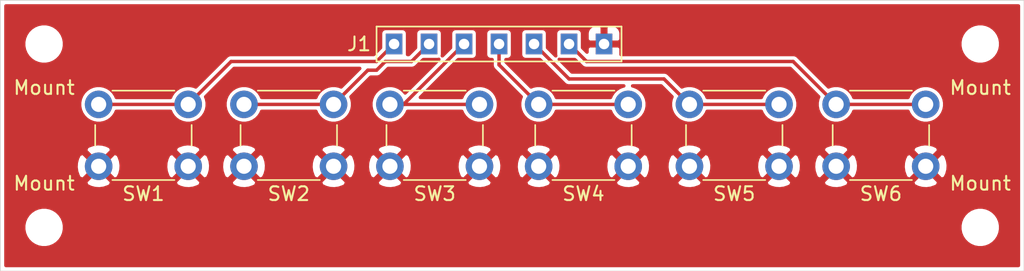
<source format=kicad_pcb>
(kicad_pcb (version 20171130) (host pcbnew "(5.1.10)-1")

  (general
    (thickness 1.6)
    (drawings 4)
    (tracks 25)
    (zones 0)
    (modules 11)
    (nets 8)
  )

  (page A4)
  (layers
    (0 F.Cu signal)
    (31 B.Cu signal)
    (32 B.Adhes user)
    (33 F.Adhes user)
    (34 B.Paste user)
    (35 F.Paste user)
    (36 B.SilkS user)
    (37 F.SilkS user)
    (38 B.Mask user)
    (39 F.Mask user)
    (40 Dwgs.User user)
    (41 Cmts.User user)
    (42 Eco1.User user)
    (43 Eco2.User user)
    (44 Edge.Cuts user)
    (45 Margin user)
    (46 B.CrtYd user)
    (47 F.CrtYd user)
    (48 B.Fab user)
    (49 F.Fab user)
  )

  (setup
    (last_trace_width 0.25)
    (trace_clearance 0.2)
    (zone_clearance 0.254)
    (zone_45_only yes)
    (trace_min 0.2)
    (via_size 0.8)
    (via_drill 0.4)
    (via_min_size 0.4)
    (via_min_drill 0.3)
    (uvia_size 0.3)
    (uvia_drill 0.1)
    (uvias_allowed no)
    (uvia_min_size 0.2)
    (uvia_min_drill 0.1)
    (edge_width 0.05)
    (segment_width 0.2)
    (pcb_text_width 0.3)
    (pcb_text_size 1.5 1.5)
    (mod_edge_width 0.12)
    (mod_text_size 1 1)
    (mod_text_width 0.15)
    (pad_size 1.524 1.524)
    (pad_drill 0.762)
    (pad_to_mask_clearance 0)
    (aux_axis_origin 0 0)
    (visible_elements 7FFFFFFF)
    (pcbplotparams
      (layerselection 0x010fc_ffffffff)
      (usegerberextensions true)
      (usegerberattributes false)
      (usegerberadvancedattributes false)
      (creategerberjobfile false)
      (excludeedgelayer true)
      (linewidth 0.100000)
      (plotframeref false)
      (viasonmask false)
      (mode 1)
      (useauxorigin false)
      (hpglpennumber 1)
      (hpglpenspeed 20)
      (hpglpendiameter 15.000000)
      (psnegative false)
      (psa4output false)
      (plotreference true)
      (plotvalue false)
      (plotinvisibletext false)
      (padsonsilk false)
      (subtractmaskfromsilk true)
      (outputformat 1)
      (mirror false)
      (drillshape 0)
      (scaleselection 1)
      (outputdirectory "C:/Users/matth/Desktop/Side Projects/LED Matrix/LED_Matrix_Button_Board/LED_Matrix_Button_Board_Gerbers/"))
  )

  (net 0 "")
  (net 1 "Net-(J1-Pad7)")
  (net 2 "Net-(J1-Pad6)")
  (net 3 "Net-(J1-Pad5)")
  (net 4 "Net-(J1-Pad4)")
  (net 5 "Net-(J1-Pad3)")
  (net 6 "Net-(J1-Pad2)")
  (net 7 "Net-(J1-Pad1)")

  (net_class Default "This is the default net class."
    (clearance 0.2)
    (trace_width 0.25)
    (via_dia 0.8)
    (via_drill 0.4)
    (uvia_dia 0.3)
    (uvia_drill 0.1)
    (add_net "Net-(J1-Pad1)")
    (add_net "Net-(J1-Pad2)")
    (add_net "Net-(J1-Pad3)")
    (add_net "Net-(J1-Pad4)")
    (add_net "Net-(J1-Pad5)")
    (add_net "Net-(J1-Pad6)")
    (add_net "Net-(J1-Pad7)")
  )

  (module MountingHole:MountingHole_2.2mm_M2 (layer F.Cu) (tedit 56D1B4CB) (tstamp 657A520E)
    (at 186.69 103.505)
    (descr "Mounting Hole 2.2mm, no annular, M2")
    (tags "mounting hole 2.2mm no annular m2")
    (attr virtual)
    (fp_text reference Mount (at 0 3.175) (layer F.SilkS)
      (effects (font (size 1 1) (thickness 0.15)))
    )
    (fp_text value MountingHole_2.2mm_M2 (at 0 3.2) (layer F.Fab) hide
      (effects (font (size 1 1) (thickness 0.15)))
    )
    (fp_circle (center 0 0) (end 2.45 0) (layer F.CrtYd) (width 0.05))
    (fp_circle (center 0 0) (end 2.2 0) (layer Cmts.User) (width 0.15))
    (fp_text user %R (at 0.3 0) (layer F.Fab) hide
      (effects (font (size 1 1) (thickness 0.15)))
    )
    (pad 1 np_thru_hole circle (at 0 0) (size 2.2 2.2) (drill 2.2) (layers *.Cu *.Mask))
  )

  (module MountingHole:MountingHole_2.2mm_M2 (layer F.Cu) (tedit 56D1B4CB) (tstamp 6573C50D)
    (at 186.69 116.84)
    (descr "Mounting Hole 2.2mm, no annular, M2")
    (tags "mounting hole 2.2mm no annular m2")
    (attr virtual)
    (fp_text reference Mount (at 0 -3.2) (layer F.SilkS)
      (effects (font (size 1 1) (thickness 0.15)))
    )
    (fp_text value MountingHole_2.2mm_M2 (at 0 3.2) (layer F.Fab) hide
      (effects (font (size 1 1) (thickness 0.15)))
    )
    (fp_circle (center 0 0) (end 2.45 0) (layer F.CrtYd) (width 0.05))
    (fp_circle (center 0 0) (end 2.2 0) (layer Cmts.User) (width 0.15))
    (fp_text user %R (at 0.3 0) (layer F.Fab) hide
      (effects (font (size 1 1) (thickness 0.15)))
    )
    (pad 1 np_thru_hole circle (at 0 0) (size 2.2 2.2) (drill 2.2) (layers *.Cu *.Mask))
  )

  (module MountingHole:MountingHole_2.2mm_M2 (layer F.Cu) (tedit 56D1B4CB) (tstamp 6573C368)
    (at 118.745 116.84)
    (descr "Mounting Hole 2.2mm, no annular, M2")
    (tags "mounting hole 2.2mm no annular m2")
    (attr virtual)
    (fp_text reference Mount (at 0 -3.2) (layer F.SilkS)
      (effects (font (size 1 1) (thickness 0.15)))
    )
    (fp_text value MountingHole_2.2mm_M2 (at 0 3.2) (layer F.Fab) hide
      (effects (font (size 1 1) (thickness 0.15)))
    )
    (fp_circle (center 0 0) (end 2.45 0) (layer F.CrtYd) (width 0.05))
    (fp_circle (center 0 0) (end 2.2 0) (layer Cmts.User) (width 0.15))
    (fp_text user %R (at 0.3 0) (layer F.Fab) hide
      (effects (font (size 1 1) (thickness 0.15)))
    )
    (pad 1 np_thru_hole circle (at 0 0) (size 2.2 2.2) (drill 2.2) (layers *.Cu *.Mask))
  )

  (module MountingHole:MountingHole_2.2mm_M2 (layer F.Cu) (tedit 56D1B4CB) (tstamp 6573C343)
    (at 118.745 103.505)
    (descr "Mounting Hole 2.2mm, no annular, M2")
    (tags "mounting hole 2.2mm no annular m2")
    (attr virtual)
    (fp_text reference Mount (at 0 3.175) (layer F.SilkS)
      (effects (font (size 1 1) (thickness 0.15)))
    )
    (fp_text value MountingHole_2.2mm_M2 (at 0 3.2) (layer F.Fab) hide
      (effects (font (size 1 1) (thickness 0.15)))
    )
    (fp_circle (center 0 0) (end 2.45 0) (layer F.CrtYd) (width 0.05))
    (fp_circle (center 0 0) (end 2.2 0) (layer Cmts.User) (width 0.15))
    (fp_text user %R (at 0.3 0) (layer F.Fab) hide
      (effects (font (size 1 1) (thickness 0.15)))
    )
    (pad 1 np_thru_hole circle (at 0 0) (size 2.2 2.2) (drill 2.2) (layers *.Cu *.Mask))
  )

  (module Arduino:Custom_Pin_Header (layer F.Cu) (tedit 65735732) (tstamp 6573B680)
    (at 142.24 103.505 90)
    (path /6574EB6E)
    (fp_text reference J1 (at 0 -0.635 180) (layer F.SilkS)
      (effects (font (size 1 1) (thickness 0.15)))
    )
    (fp_text value Buttons (at 1.905 9.525) (layer F.Fab)
      (effects (font (size 1 1) (thickness 0.15)))
    )
    (fp_line (start -1.27 18.415) (end -1.27 0.635) (layer F.SilkS) (width 0.12))
    (fp_line (start 1.27 18.415) (end -1.27 18.415) (layer F.SilkS) (width 0.12))
    (fp_line (start 1.27 0.635) (end 1.27 18.415) (layer F.SilkS) (width 0.12))
    (fp_line (start -1.27 0.635) (end 1.27 0.635) (layer F.SilkS) (width 0.12))
    (pad 7 thru_hole rect (at 0 17.145) (size 1.2 1.5) (drill 0.762) (layers *.Cu *.Mask)
      (net 1 "Net-(J1-Pad7)"))
    (pad 6 thru_hole rect (at 0 14.605) (size 1.2 1.5) (drill 0.762) (layers *.Cu *.Mask)
      (net 2 "Net-(J1-Pad6)"))
    (pad 5 thru_hole rect (at 0 12.065) (size 1.2 1.5) (drill 0.762) (layers *.Cu *.Mask)
      (net 3 "Net-(J1-Pad5)"))
    (pad 4 thru_hole rect (at 0 9.525) (size 1.2 1.5) (drill 0.762) (layers *.Cu *.Mask)
      (net 4 "Net-(J1-Pad4)"))
    (pad 3 thru_hole rect (at 0 6.985) (size 1.2 1.5) (drill 0.762) (layers *.Cu *.Mask)
      (net 5 "Net-(J1-Pad3)"))
    (pad 2 thru_hole rect (at 0 4.445) (size 1.2 1.5) (drill 0.762) (layers *.Cu *.Mask)
      (net 6 "Net-(J1-Pad2)"))
    (pad 1 thru_hole rect (at 0 1.905) (size 1.2 1.5) (drill 0.762) (layers *.Cu *.Mask)
      (net 7 "Net-(J1-Pad1)"))
  )

  (module Button_Switch_THT:SW_PUSH_6mm_H4.3mm (layer F.Cu) (tedit 5A02FE31) (tstamp 6573B73A)
    (at 182.73 112.395 180)
    (descr "tactile push button, 6x6mm e.g. PHAP33xx series, height=4.3mm")
    (tags "tact sw push 6mm")
    (path /65738C60)
    (fp_text reference SW6 (at 3.25 -2) (layer F.SilkS)
      (effects (font (size 1 1) (thickness 0.15)))
    )
    (fp_text value F4 (at 3.75 6.7) (layer F.Fab)
      (effects (font (size 1 1) (thickness 0.15)))
    )
    (fp_circle (center 3.25 2.25) (end 1.25 2.5) (layer F.Fab) (width 0.1))
    (fp_line (start 6.75 3) (end 6.75 1.5) (layer F.SilkS) (width 0.12))
    (fp_line (start 5.5 -1) (end 1 -1) (layer F.SilkS) (width 0.12))
    (fp_line (start -0.25 1.5) (end -0.25 3) (layer F.SilkS) (width 0.12))
    (fp_line (start 1 5.5) (end 5.5 5.5) (layer F.SilkS) (width 0.12))
    (fp_line (start 8 -1.25) (end 8 5.75) (layer F.CrtYd) (width 0.05))
    (fp_line (start 7.75 6) (end -1.25 6) (layer F.CrtYd) (width 0.05))
    (fp_line (start -1.5 5.75) (end -1.5 -1.25) (layer F.CrtYd) (width 0.05))
    (fp_line (start -1.25 -1.5) (end 7.75 -1.5) (layer F.CrtYd) (width 0.05))
    (fp_line (start -1.5 6) (end -1.25 6) (layer F.CrtYd) (width 0.05))
    (fp_line (start -1.5 5.75) (end -1.5 6) (layer F.CrtYd) (width 0.05))
    (fp_line (start -1.5 -1.5) (end -1.25 -1.5) (layer F.CrtYd) (width 0.05))
    (fp_line (start -1.5 -1.25) (end -1.5 -1.5) (layer F.CrtYd) (width 0.05))
    (fp_line (start 8 -1.5) (end 8 -1.25) (layer F.CrtYd) (width 0.05))
    (fp_line (start 7.75 -1.5) (end 8 -1.5) (layer F.CrtYd) (width 0.05))
    (fp_line (start 8 6) (end 8 5.75) (layer F.CrtYd) (width 0.05))
    (fp_line (start 7.75 6) (end 8 6) (layer F.CrtYd) (width 0.05))
    (fp_line (start 0.25 -0.75) (end 3.25 -0.75) (layer F.Fab) (width 0.1))
    (fp_line (start 0.25 5.25) (end 0.25 -0.75) (layer F.Fab) (width 0.1))
    (fp_line (start 6.25 5.25) (end 0.25 5.25) (layer F.Fab) (width 0.1))
    (fp_line (start 6.25 -0.75) (end 6.25 5.25) (layer F.Fab) (width 0.1))
    (fp_line (start 3.25 -0.75) (end 6.25 -0.75) (layer F.Fab) (width 0.1))
    (fp_text user %R (at 3.25 2.25) (layer F.Fab)
      (effects (font (size 1 1) (thickness 0.15)))
    )
    (pad 1 thru_hole circle (at 6.5 0 270) (size 2 2) (drill 1.1) (layers *.Cu *.Mask)
      (net 1 "Net-(J1-Pad7)"))
    (pad 2 thru_hole circle (at 6.5 4.5 270) (size 2 2) (drill 1.1) (layers *.Cu *.Mask)
      (net 2 "Net-(J1-Pad6)"))
    (pad 1 thru_hole circle (at 0 0 270) (size 2 2) (drill 1.1) (layers *.Cu *.Mask)
      (net 1 "Net-(J1-Pad7)"))
    (pad 2 thru_hole circle (at 0 4.5 270) (size 2 2) (drill 1.1) (layers *.Cu *.Mask)
      (net 2 "Net-(J1-Pad6)"))
    (model ${KISYS3DMOD}/Button_Switch_THT.3dshapes/SW_PUSH_6mm_H4.3mm.wrl
      (at (xyz 0 0 0))
      (scale (xyz 1 1 1))
      (rotate (xyz 0 0 0))
    )
  )

  (module Button_Switch_THT:SW_PUSH_6mm_H4.3mm (layer F.Cu) (tedit 5A02FE31) (tstamp 6573B71B)
    (at 172.085 112.395 180)
    (descr "tactile push button, 6x6mm e.g. PHAP33xx series, height=4.3mm")
    (tags "tact sw push 6mm")
    (path /6573890B)
    (fp_text reference SW5 (at 3.25 -2) (layer F.SilkS)
      (effects (font (size 1 1) (thickness 0.15)))
    )
    (fp_text value F3 (at 3.75 6.7) (layer F.Fab)
      (effects (font (size 1 1) (thickness 0.15)))
    )
    (fp_circle (center 3.25 2.25) (end 1.25 2.5) (layer F.Fab) (width 0.1))
    (fp_line (start 6.75 3) (end 6.75 1.5) (layer F.SilkS) (width 0.12))
    (fp_line (start 5.5 -1) (end 1 -1) (layer F.SilkS) (width 0.12))
    (fp_line (start -0.25 1.5) (end -0.25 3) (layer F.SilkS) (width 0.12))
    (fp_line (start 1 5.5) (end 5.5 5.5) (layer F.SilkS) (width 0.12))
    (fp_line (start 8 -1.25) (end 8 5.75) (layer F.CrtYd) (width 0.05))
    (fp_line (start 7.75 6) (end -1.25 6) (layer F.CrtYd) (width 0.05))
    (fp_line (start -1.5 5.75) (end -1.5 -1.25) (layer F.CrtYd) (width 0.05))
    (fp_line (start -1.25 -1.5) (end 7.75 -1.5) (layer F.CrtYd) (width 0.05))
    (fp_line (start -1.5 6) (end -1.25 6) (layer F.CrtYd) (width 0.05))
    (fp_line (start -1.5 5.75) (end -1.5 6) (layer F.CrtYd) (width 0.05))
    (fp_line (start -1.5 -1.5) (end -1.25 -1.5) (layer F.CrtYd) (width 0.05))
    (fp_line (start -1.5 -1.25) (end -1.5 -1.5) (layer F.CrtYd) (width 0.05))
    (fp_line (start 8 -1.5) (end 8 -1.25) (layer F.CrtYd) (width 0.05))
    (fp_line (start 7.75 -1.5) (end 8 -1.5) (layer F.CrtYd) (width 0.05))
    (fp_line (start 8 6) (end 8 5.75) (layer F.CrtYd) (width 0.05))
    (fp_line (start 7.75 6) (end 8 6) (layer F.CrtYd) (width 0.05))
    (fp_line (start 0.25 -0.75) (end 3.25 -0.75) (layer F.Fab) (width 0.1))
    (fp_line (start 0.25 5.25) (end 0.25 -0.75) (layer F.Fab) (width 0.1))
    (fp_line (start 6.25 5.25) (end 0.25 5.25) (layer F.Fab) (width 0.1))
    (fp_line (start 6.25 -0.75) (end 6.25 5.25) (layer F.Fab) (width 0.1))
    (fp_line (start 3.25 -0.75) (end 6.25 -0.75) (layer F.Fab) (width 0.1))
    (fp_text user %R (at 3.25 2.25) (layer F.Fab)
      (effects (font (size 1 1) (thickness 0.15)))
    )
    (pad 1 thru_hole circle (at 6.5 0 270) (size 2 2) (drill 1.1) (layers *.Cu *.Mask)
      (net 1 "Net-(J1-Pad7)"))
    (pad 2 thru_hole circle (at 6.5 4.5 270) (size 2 2) (drill 1.1) (layers *.Cu *.Mask)
      (net 3 "Net-(J1-Pad5)"))
    (pad 1 thru_hole circle (at 0 0 270) (size 2 2) (drill 1.1) (layers *.Cu *.Mask)
      (net 1 "Net-(J1-Pad7)"))
    (pad 2 thru_hole circle (at 0 4.5 270) (size 2 2) (drill 1.1) (layers *.Cu *.Mask)
      (net 3 "Net-(J1-Pad5)"))
    (model ${KISYS3DMOD}/Button_Switch_THT.3dshapes/SW_PUSH_6mm_H4.3mm.wrl
      (at (xyz 0 0 0))
      (scale (xyz 1 1 1))
      (rotate (xyz 0 0 0))
    )
  )

  (module Button_Switch_THT:SW_PUSH_6mm_H4.3mm (layer F.Cu) (tedit 5A02FE31) (tstamp 6573B6FC)
    (at 161.14 112.395 180)
    (descr "tactile push button, 6x6mm e.g. PHAP33xx series, height=4.3mm")
    (tags "tact sw push 6mm")
    (path /6573834C)
    (fp_text reference SW4 (at 3.25 -2) (layer F.SilkS)
      (effects (font (size 1 1) (thickness 0.15)))
    )
    (fp_text value F2 (at 3.75 6.7) (layer F.Fab)
      (effects (font (size 1 1) (thickness 0.15)))
    )
    (fp_circle (center 3.25 2.25) (end 1.25 2.5) (layer F.Fab) (width 0.1))
    (fp_line (start 6.75 3) (end 6.75 1.5) (layer F.SilkS) (width 0.12))
    (fp_line (start 5.5 -1) (end 1 -1) (layer F.SilkS) (width 0.12))
    (fp_line (start -0.25 1.5) (end -0.25 3) (layer F.SilkS) (width 0.12))
    (fp_line (start 1 5.5) (end 5.5 5.5) (layer F.SilkS) (width 0.12))
    (fp_line (start 8 -1.25) (end 8 5.75) (layer F.CrtYd) (width 0.05))
    (fp_line (start 7.75 6) (end -1.25 6) (layer F.CrtYd) (width 0.05))
    (fp_line (start -1.5 5.75) (end -1.5 -1.25) (layer F.CrtYd) (width 0.05))
    (fp_line (start -1.25 -1.5) (end 7.75 -1.5) (layer F.CrtYd) (width 0.05))
    (fp_line (start -1.5 6) (end -1.25 6) (layer F.CrtYd) (width 0.05))
    (fp_line (start -1.5 5.75) (end -1.5 6) (layer F.CrtYd) (width 0.05))
    (fp_line (start -1.5 -1.5) (end -1.25 -1.5) (layer F.CrtYd) (width 0.05))
    (fp_line (start -1.5 -1.25) (end -1.5 -1.5) (layer F.CrtYd) (width 0.05))
    (fp_line (start 8 -1.5) (end 8 -1.25) (layer F.CrtYd) (width 0.05))
    (fp_line (start 7.75 -1.5) (end 8 -1.5) (layer F.CrtYd) (width 0.05))
    (fp_line (start 8 6) (end 8 5.75) (layer F.CrtYd) (width 0.05))
    (fp_line (start 7.75 6) (end 8 6) (layer F.CrtYd) (width 0.05))
    (fp_line (start 0.25 -0.75) (end 3.25 -0.75) (layer F.Fab) (width 0.1))
    (fp_line (start 0.25 5.25) (end 0.25 -0.75) (layer F.Fab) (width 0.1))
    (fp_line (start 6.25 5.25) (end 0.25 5.25) (layer F.Fab) (width 0.1))
    (fp_line (start 6.25 -0.75) (end 6.25 5.25) (layer F.Fab) (width 0.1))
    (fp_line (start 3.25 -0.75) (end 6.25 -0.75) (layer F.Fab) (width 0.1))
    (fp_text user %R (at 3.25 2.25) (layer F.Fab)
      (effects (font (size 1 1) (thickness 0.15)))
    )
    (pad 1 thru_hole circle (at 6.5 0 270) (size 2 2) (drill 1.1) (layers *.Cu *.Mask)
      (net 1 "Net-(J1-Pad7)"))
    (pad 2 thru_hole circle (at 6.5 4.5 270) (size 2 2) (drill 1.1) (layers *.Cu *.Mask)
      (net 4 "Net-(J1-Pad4)"))
    (pad 1 thru_hole circle (at 0 0 270) (size 2 2) (drill 1.1) (layers *.Cu *.Mask)
      (net 1 "Net-(J1-Pad7)"))
    (pad 2 thru_hole circle (at 0 4.5 270) (size 2 2) (drill 1.1) (layers *.Cu *.Mask)
      (net 4 "Net-(J1-Pad4)"))
    (model ${KISYS3DMOD}/Button_Switch_THT.3dshapes/SW_PUSH_6mm_H4.3mm.wrl
      (at (xyz 0 0 0))
      (scale (xyz 1 1 1))
      (rotate (xyz 0 0 0))
    )
  )

  (module Button_Switch_THT:SW_PUSH_6mm_H4.3mm (layer F.Cu) (tedit 5A02FE31) (tstamp 6573BAED)
    (at 150.345 112.395 180)
    (descr "tactile push button, 6x6mm e.g. PHAP33xx series, height=4.3mm")
    (tags "tact sw push 6mm")
    (path /65737B6E)
    (fp_text reference SW3 (at 3.25 -2) (layer F.SilkS)
      (effects (font (size 1 1) (thickness 0.15)))
    )
    (fp_text value F1 (at 3.75 6.7) (layer F.Fab)
      (effects (font (size 1 1) (thickness 0.15)))
    )
    (fp_circle (center 3.25 2.25) (end 1.25 2.5) (layer F.Fab) (width 0.1))
    (fp_line (start 6.75 3) (end 6.75 1.5) (layer F.SilkS) (width 0.12))
    (fp_line (start 5.5 -1) (end 1 -1) (layer F.SilkS) (width 0.12))
    (fp_line (start -0.25 1.5) (end -0.25 3) (layer F.SilkS) (width 0.12))
    (fp_line (start 1 5.5) (end 5.5 5.5) (layer F.SilkS) (width 0.12))
    (fp_line (start 8 -1.25) (end 8 5.75) (layer F.CrtYd) (width 0.05))
    (fp_line (start 7.75 6) (end -1.25 6) (layer F.CrtYd) (width 0.05))
    (fp_line (start -1.5 5.75) (end -1.5 -1.25) (layer F.CrtYd) (width 0.05))
    (fp_line (start -1.25 -1.5) (end 7.75 -1.5) (layer F.CrtYd) (width 0.05))
    (fp_line (start -1.5 6) (end -1.25 6) (layer F.CrtYd) (width 0.05))
    (fp_line (start -1.5 5.75) (end -1.5 6) (layer F.CrtYd) (width 0.05))
    (fp_line (start -1.5 -1.5) (end -1.25 -1.5) (layer F.CrtYd) (width 0.05))
    (fp_line (start -1.5 -1.25) (end -1.5 -1.5) (layer F.CrtYd) (width 0.05))
    (fp_line (start 8 -1.5) (end 8 -1.25) (layer F.CrtYd) (width 0.05))
    (fp_line (start 7.75 -1.5) (end 8 -1.5) (layer F.CrtYd) (width 0.05))
    (fp_line (start 8 6) (end 8 5.75) (layer F.CrtYd) (width 0.05))
    (fp_line (start 7.75 6) (end 8 6) (layer F.CrtYd) (width 0.05))
    (fp_line (start 0.25 -0.75) (end 3.25 -0.75) (layer F.Fab) (width 0.1))
    (fp_line (start 0.25 5.25) (end 0.25 -0.75) (layer F.Fab) (width 0.1))
    (fp_line (start 6.25 5.25) (end 0.25 5.25) (layer F.Fab) (width 0.1))
    (fp_line (start 6.25 -0.75) (end 6.25 5.25) (layer F.Fab) (width 0.1))
    (fp_line (start 3.25 -0.75) (end 6.25 -0.75) (layer F.Fab) (width 0.1))
    (fp_text user %R (at 3.25 2.25) (layer F.Fab)
      (effects (font (size 1 1) (thickness 0.15)))
    )
    (pad 1 thru_hole circle (at 6.5 0 270) (size 2 2) (drill 1.1) (layers *.Cu *.Mask)
      (net 1 "Net-(J1-Pad7)"))
    (pad 2 thru_hole circle (at 6.5 4.5 270) (size 2 2) (drill 1.1) (layers *.Cu *.Mask)
      (net 5 "Net-(J1-Pad3)"))
    (pad 1 thru_hole circle (at 0 0 270) (size 2 2) (drill 1.1) (layers *.Cu *.Mask)
      (net 1 "Net-(J1-Pad7)"))
    (pad 2 thru_hole circle (at 0 4.5 270) (size 2 2) (drill 1.1) (layers *.Cu *.Mask)
      (net 5 "Net-(J1-Pad3)"))
    (model ${KISYS3DMOD}/Button_Switch_THT.3dshapes/SW_PUSH_6mm_H4.3mm.wrl
      (at (xyz 0 0 0))
      (scale (xyz 1 1 1))
      (rotate (xyz 0 0 0))
    )
  )

  (module Button_Switch_THT:SW_PUSH_6mm_H4.3mm (layer F.Cu) (tedit 5A02FE31) (tstamp 6573B6BE)
    (at 139.754 112.395 180)
    (descr "tactile push button, 6x6mm e.g. PHAP33xx series, height=4.3mm")
    (tags "tact sw push 6mm")
    (path /6573732F)
    (fp_text reference SW2 (at 3.25 -2) (layer F.SilkS)
      (effects (font (size 1 1) (thickness 0.15)))
    )
    (fp_text value Back (at 3.75 6.7) (layer F.Fab)
      (effects (font (size 1 1) (thickness 0.15)))
    )
    (fp_circle (center 3.25 2.25) (end 1.25 2.5) (layer F.Fab) (width 0.1))
    (fp_line (start 6.75 3) (end 6.75 1.5) (layer F.SilkS) (width 0.12))
    (fp_line (start 5.5 -1) (end 1 -1) (layer F.SilkS) (width 0.12))
    (fp_line (start -0.25 1.5) (end -0.25 3) (layer F.SilkS) (width 0.12))
    (fp_line (start 1 5.5) (end 5.5 5.5) (layer F.SilkS) (width 0.12))
    (fp_line (start 8 -1.25) (end 8 5.75) (layer F.CrtYd) (width 0.05))
    (fp_line (start 7.75 6) (end -1.25 6) (layer F.CrtYd) (width 0.05))
    (fp_line (start -1.5 5.75) (end -1.5 -1.25) (layer F.CrtYd) (width 0.05))
    (fp_line (start -1.25 -1.5) (end 7.75 -1.5) (layer F.CrtYd) (width 0.05))
    (fp_line (start -1.5 6) (end -1.25 6) (layer F.CrtYd) (width 0.05))
    (fp_line (start -1.5 5.75) (end -1.5 6) (layer F.CrtYd) (width 0.05))
    (fp_line (start -1.5 -1.5) (end -1.25 -1.5) (layer F.CrtYd) (width 0.05))
    (fp_line (start -1.5 -1.25) (end -1.5 -1.5) (layer F.CrtYd) (width 0.05))
    (fp_line (start 8 -1.5) (end 8 -1.25) (layer F.CrtYd) (width 0.05))
    (fp_line (start 7.75 -1.5) (end 8 -1.5) (layer F.CrtYd) (width 0.05))
    (fp_line (start 8 6) (end 8 5.75) (layer F.CrtYd) (width 0.05))
    (fp_line (start 7.75 6) (end 8 6) (layer F.CrtYd) (width 0.05))
    (fp_line (start 0.25 -0.75) (end 3.25 -0.75) (layer F.Fab) (width 0.1))
    (fp_line (start 0.25 5.25) (end 0.25 -0.75) (layer F.Fab) (width 0.1))
    (fp_line (start 6.25 5.25) (end 0.25 5.25) (layer F.Fab) (width 0.1))
    (fp_line (start 6.25 -0.75) (end 6.25 5.25) (layer F.Fab) (width 0.1))
    (fp_line (start 3.25 -0.75) (end 6.25 -0.75) (layer F.Fab) (width 0.1))
    (fp_text user %R (at 3.25 2.25) (layer F.Fab)
      (effects (font (size 1 1) (thickness 0.15)))
    )
    (pad 1 thru_hole circle (at 6.5 0 270) (size 2 2) (drill 1.1) (layers *.Cu *.Mask)
      (net 1 "Net-(J1-Pad7)"))
    (pad 2 thru_hole circle (at 6.5 4.5 270) (size 2 2) (drill 1.1) (layers *.Cu *.Mask)
      (net 6 "Net-(J1-Pad2)"))
    (pad 1 thru_hole circle (at 0 0 270) (size 2 2) (drill 1.1) (layers *.Cu *.Mask)
      (net 1 "Net-(J1-Pad7)"))
    (pad 2 thru_hole circle (at 0 4.5 270) (size 2 2) (drill 1.1) (layers *.Cu *.Mask)
      (net 6 "Net-(J1-Pad2)"))
    (model ${KISYS3DMOD}/Button_Switch_THT.3dshapes/SW_PUSH_6mm_H4.3mm.wrl
      (at (xyz 0 0 0))
      (scale (xyz 1 1 1))
      (rotate (xyz 0 0 0))
    )
  )

  (module Button_Switch_THT:SW_PUSH_6mm_H4.3mm (layer F.Cu) (tedit 5A02FE31) (tstamp 6573B69F)
    (at 129.204 112.395 180)
    (descr "tactile push button, 6x6mm e.g. PHAP33xx series, height=4.3mm")
    (tags "tact sw push 6mm")
    (path /6573526D)
    (fp_text reference SW1 (at 3.25 -2) (layer F.SilkS)
      (effects (font (size 1 1) (thickness 0.15)))
    )
    (fp_text value Ok (at 3.75 6.7) (layer F.Fab)
      (effects (font (size 1 1) (thickness 0.15)))
    )
    (fp_circle (center 3.25 2.25) (end 1.25 2.5) (layer F.Fab) (width 0.1))
    (fp_line (start 6.75 3) (end 6.75 1.5) (layer F.SilkS) (width 0.12))
    (fp_line (start 5.5 -1) (end 1 -1) (layer F.SilkS) (width 0.12))
    (fp_line (start -0.25 1.5) (end -0.25 3) (layer F.SilkS) (width 0.12))
    (fp_line (start 1 5.5) (end 5.5 5.5) (layer F.SilkS) (width 0.12))
    (fp_line (start 8 -1.25) (end 8 5.75) (layer F.CrtYd) (width 0.05))
    (fp_line (start 7.75 6) (end -1.25 6) (layer F.CrtYd) (width 0.05))
    (fp_line (start -1.5 5.75) (end -1.5 -1.25) (layer F.CrtYd) (width 0.05))
    (fp_line (start -1.25 -1.5) (end 7.75 -1.5) (layer F.CrtYd) (width 0.05))
    (fp_line (start -1.5 6) (end -1.25 6) (layer F.CrtYd) (width 0.05))
    (fp_line (start -1.5 5.75) (end -1.5 6) (layer F.CrtYd) (width 0.05))
    (fp_line (start -1.5 -1.5) (end -1.25 -1.5) (layer F.CrtYd) (width 0.05))
    (fp_line (start -1.5 -1.25) (end -1.5 -1.5) (layer F.CrtYd) (width 0.05))
    (fp_line (start 8 -1.5) (end 8 -1.25) (layer F.CrtYd) (width 0.05))
    (fp_line (start 7.75 -1.5) (end 8 -1.5) (layer F.CrtYd) (width 0.05))
    (fp_line (start 8 6) (end 8 5.75) (layer F.CrtYd) (width 0.05))
    (fp_line (start 7.75 6) (end 8 6) (layer F.CrtYd) (width 0.05))
    (fp_line (start 0.25 -0.75) (end 3.25 -0.75) (layer F.Fab) (width 0.1))
    (fp_line (start 0.25 5.25) (end 0.25 -0.75) (layer F.Fab) (width 0.1))
    (fp_line (start 6.25 5.25) (end 0.25 5.25) (layer F.Fab) (width 0.1))
    (fp_line (start 6.25 -0.75) (end 6.25 5.25) (layer F.Fab) (width 0.1))
    (fp_line (start 3.25 -0.75) (end 6.25 -0.75) (layer F.Fab) (width 0.1))
    (fp_text user %R (at 3.25 2.25) (layer F.Fab)
      (effects (font (size 1 1) (thickness 0.15)))
    )
    (pad 1 thru_hole circle (at 6.5 0 270) (size 2 2) (drill 1.1) (layers *.Cu *.Mask)
      (net 1 "Net-(J1-Pad7)"))
    (pad 2 thru_hole circle (at 6.5 4.5 270) (size 2 2) (drill 1.1) (layers *.Cu *.Mask)
      (net 7 "Net-(J1-Pad1)"))
    (pad 1 thru_hole circle (at 0 0 270) (size 2 2) (drill 1.1) (layers *.Cu *.Mask)
      (net 1 "Net-(J1-Pad7)"))
    (pad 2 thru_hole circle (at 0 4.5 270) (size 2 2) (drill 1.1) (layers *.Cu *.Mask)
      (net 7 "Net-(J1-Pad1)"))
    (model ${KISYS3DMOD}/Button_Switch_THT.3dshapes/SW_PUSH_6mm_H4.3mm.wrl
      (at (xyz 0 0 0))
      (scale (xyz 1 1 1))
      (rotate (xyz 0 0 0))
    )
  )

  (gr_line (start 115.57 120.015) (end 189.865 120.015) (layer Edge.Cuts) (width 0.05) (tstamp 6573C469))
  (gr_line (start 115.57 100.33) (end 115.57 120.015) (layer Edge.Cuts) (width 0.05))
  (gr_line (start 189.865 100.33) (end 115.57 100.33) (layer Edge.Cuts) (width 0.05) (tstamp 6573C475))
  (gr_line (start 189.865 120.015) (end 189.865 100.33) (layer Edge.Cuts) (width 0.05))

  (segment (start 176.23 107.895) (end 182.73 107.895) (width 0.25) (layer F.Cu) (net 2))
  (segment (start 173.11 104.775) (end 176.23 107.895) (width 0.25) (layer F.Cu) (net 2))
  (segment (start 158.115 104.775) (end 173.11 104.775) (width 0.25) (layer F.Cu) (net 2))
  (segment (start 156.845 103.505) (end 158.115 104.775) (width 0.25) (layer F.Cu) (net 2))
  (segment (start 165.585 107.895) (end 172.085 107.895) (width 0.25) (layer F.Cu) (net 3))
  (segment (start 154.305 103.505) (end 156.845 106.045) (width 0.25) (layer F.Cu) (net 3))
  (segment (start 163.735 106.045) (end 165.585 107.895) (width 0.25) (layer F.Cu) (net 3))
  (segment (start 156.845 106.045) (end 163.735 106.045) (width 0.25) (layer F.Cu) (net 3))
  (segment (start 154.64 107.895) (end 161.14 107.895) (width 0.25) (layer F.Cu) (net 4))
  (segment (start 151.765 105.02) (end 154.64 107.895) (width 0.25) (layer F.Cu) (net 4))
  (segment (start 151.765 103.505) (end 151.765 105.02) (width 0.25) (layer F.Cu) (net 4))
  (segment (start 143.845 107.895) (end 150.345 107.895) (width 0.25) (layer F.Cu) (net 5))
  (segment (start 143.845 107.615) (end 143.845 107.895) (width 0.25) (layer F.Cu) (net 5))
  (segment (start 144.835 107.895) (end 143.845 107.895) (width 0.25) (layer F.Cu) (net 5))
  (segment (start 149.225 103.505) (end 144.835 107.895) (width 0.25) (layer F.Cu) (net 5))
  (segment (start 133.254 107.895) (end 139.754 107.895) (width 0.25) (layer F.Cu) (net 6))
  (segment (start 142.239 105.41) (end 139.754 107.895) (width 0.25) (layer F.Cu) (net 6))
  (segment (start 142.87641 105.41) (end 142.239 105.41) (width 0.25) (layer F.Cu) (net 6))
  (segment (start 143.51141 104.775) (end 142.87641 105.41) (width 0.25) (layer F.Cu) (net 6))
  (segment (start 145.415 104.775) (end 143.51141 104.775) (width 0.25) (layer F.Cu) (net 6))
  (segment (start 146.685 103.505) (end 145.415 104.775) (width 0.25) (layer F.Cu) (net 6))
  (segment (start 122.704 107.895) (end 129.204 107.895) (width 0.25) (layer F.Cu) (net 7))
  (segment (start 132.324 104.775) (end 129.204 107.895) (width 0.25) (layer F.Cu) (net 7))
  (segment (start 142.875 104.775) (end 132.324 104.775) (width 0.25) (layer F.Cu) (net 7))
  (segment (start 144.145 103.505) (end 142.875 104.775) (width 0.25) (layer F.Cu) (net 7))

  (zone (net 1) (net_name "Net-(J1-Pad7)") (layer F.Cu) (tstamp 657A54E4) (hatch edge 0.508)
    (connect_pads (clearance 0.254))
    (min_thickness 0.254)
    (fill yes (arc_segments 32) (thermal_gap 0.508) (thermal_bridge_width 0.508))
    (polygon
      (pts
        (xy 189.865 120.015) (xy 115.57 120.015) (xy 115.57 100.33) (xy 189.865 100.33)
      )
    )
    (filled_polygon
      (pts
        (xy 189.459 119.609) (xy 115.976 119.609) (xy 115.976 116.694134) (xy 117.264 116.694134) (xy 117.264 116.985866)
        (xy 117.320914 117.271992) (xy 117.432555 117.541517) (xy 117.594632 117.784083) (xy 117.800917 117.990368) (xy 118.043483 118.152445)
        (xy 118.313008 118.264086) (xy 118.599134 118.321) (xy 118.890866 118.321) (xy 119.176992 118.264086) (xy 119.446517 118.152445)
        (xy 119.689083 117.990368) (xy 119.895368 117.784083) (xy 120.057445 117.541517) (xy 120.169086 117.271992) (xy 120.226 116.985866)
        (xy 120.226 116.694134) (xy 185.209 116.694134) (xy 185.209 116.985866) (xy 185.265914 117.271992) (xy 185.377555 117.541517)
        (xy 185.539632 117.784083) (xy 185.745917 117.990368) (xy 185.988483 118.152445) (xy 186.258008 118.264086) (xy 186.544134 118.321)
        (xy 186.835866 118.321) (xy 187.121992 118.264086) (xy 187.391517 118.152445) (xy 187.634083 117.990368) (xy 187.840368 117.784083)
        (xy 188.002445 117.541517) (xy 188.114086 117.271992) (xy 188.171 116.985866) (xy 188.171 116.694134) (xy 188.114086 116.408008)
        (xy 188.002445 116.138483) (xy 187.840368 115.895917) (xy 187.634083 115.689632) (xy 187.391517 115.527555) (xy 187.121992 115.415914)
        (xy 186.835866 115.359) (xy 186.544134 115.359) (xy 186.258008 115.415914) (xy 185.988483 115.527555) (xy 185.745917 115.689632)
        (xy 185.539632 115.895917) (xy 185.377555 116.138483) (xy 185.265914 116.408008) (xy 185.209 116.694134) (xy 120.226 116.694134)
        (xy 120.169086 116.408008) (xy 120.057445 116.138483) (xy 119.895368 115.895917) (xy 119.689083 115.689632) (xy 119.446517 115.527555)
        (xy 119.176992 115.415914) (xy 118.890866 115.359) (xy 118.599134 115.359) (xy 118.313008 115.415914) (xy 118.043483 115.527555)
        (xy 117.800917 115.689632) (xy 117.594632 115.895917) (xy 117.432555 116.138483) (xy 117.320914 116.408008) (xy 117.264 116.694134)
        (xy 115.976 116.694134) (xy 115.976 113.530413) (xy 121.748192 113.530413) (xy 121.843956 113.794814) (xy 122.133571 113.935704)
        (xy 122.445108 114.017384) (xy 122.766595 114.036718) (xy 123.085675 113.992961) (xy 123.390088 113.887795) (xy 123.564044 113.794814)
        (xy 123.659808 113.530413) (xy 128.248192 113.530413) (xy 128.343956 113.794814) (xy 128.633571 113.935704) (xy 128.945108 114.017384)
        (xy 129.266595 114.036718) (xy 129.585675 113.992961) (xy 129.890088 113.887795) (xy 130.064044 113.794814) (xy 130.159808 113.530413)
        (xy 132.298192 113.530413) (xy 132.393956 113.794814) (xy 132.683571 113.935704) (xy 132.995108 114.017384) (xy 133.316595 114.036718)
        (xy 133.635675 113.992961) (xy 133.940088 113.887795) (xy 134.114044 113.794814) (xy 134.209808 113.530413) (xy 138.798192 113.530413)
        (xy 138.893956 113.794814) (xy 139.183571 113.935704) (xy 139.495108 114.017384) (xy 139.816595 114.036718) (xy 140.135675 113.992961)
        (xy 140.440088 113.887795) (xy 140.614044 113.794814) (xy 140.709808 113.530413) (xy 142.889192 113.530413) (xy 142.984956 113.794814)
        (xy 143.274571 113.935704) (xy 143.586108 114.017384) (xy 143.907595 114.036718) (xy 144.226675 113.992961) (xy 144.531088 113.887795)
        (xy 144.705044 113.794814) (xy 144.800808 113.530413) (xy 149.389192 113.530413) (xy 149.484956 113.794814) (xy 149.774571 113.935704)
        (xy 150.086108 114.017384) (xy 150.407595 114.036718) (xy 150.726675 113.992961) (xy 151.031088 113.887795) (xy 151.205044 113.794814)
        (xy 151.300808 113.530413) (xy 153.684192 113.530413) (xy 153.779956 113.794814) (xy 154.069571 113.935704) (xy 154.381108 114.017384)
        (xy 154.702595 114.036718) (xy 155.021675 113.992961) (xy 155.326088 113.887795) (xy 155.500044 113.794814) (xy 155.595808 113.530413)
        (xy 160.184192 113.530413) (xy 160.279956 113.794814) (xy 160.569571 113.935704) (xy 160.881108 114.017384) (xy 161.202595 114.036718)
        (xy 161.521675 113.992961) (xy 161.826088 113.887795) (xy 162.000044 113.794814) (xy 162.095808 113.530413) (xy 164.629192 113.530413)
        (xy 164.724956 113.794814) (xy 165.014571 113.935704) (xy 165.326108 114.017384) (xy 165.647595 114.036718) (xy 165.966675 113.992961)
        (xy 166.271088 113.887795) (xy 166.445044 113.794814) (xy 166.540808 113.530413) (xy 171.129192 113.530413) (xy 171.224956 113.794814)
        (xy 171.514571 113.935704) (xy 171.826108 114.017384) (xy 172.147595 114.036718) (xy 172.466675 113.992961) (xy 172.771088 113.887795)
        (xy 172.945044 113.794814) (xy 173.040808 113.530413) (xy 175.274192 113.530413) (xy 175.369956 113.794814) (xy 175.659571 113.935704)
        (xy 175.971108 114.017384) (xy 176.292595 114.036718) (xy 176.611675 113.992961) (xy 176.916088 113.887795) (xy 177.090044 113.794814)
        (xy 177.185808 113.530413) (xy 181.774192 113.530413) (xy 181.869956 113.794814) (xy 182.159571 113.935704) (xy 182.471108 114.017384)
        (xy 182.792595 114.036718) (xy 183.111675 113.992961) (xy 183.416088 113.887795) (xy 183.590044 113.794814) (xy 183.685808 113.530413)
        (xy 182.73 112.574605) (xy 181.774192 113.530413) (xy 177.185808 113.530413) (xy 176.23 112.574605) (xy 175.274192 113.530413)
        (xy 173.040808 113.530413) (xy 172.085 112.574605) (xy 171.129192 113.530413) (xy 166.540808 113.530413) (xy 165.585 112.574605)
        (xy 164.629192 113.530413) (xy 162.095808 113.530413) (xy 161.14 112.574605) (xy 160.184192 113.530413) (xy 155.595808 113.530413)
        (xy 154.64 112.574605) (xy 153.684192 113.530413) (xy 151.300808 113.530413) (xy 150.345 112.574605) (xy 149.389192 113.530413)
        (xy 144.800808 113.530413) (xy 143.845 112.574605) (xy 142.889192 113.530413) (xy 140.709808 113.530413) (xy 139.754 112.574605)
        (xy 138.798192 113.530413) (xy 134.209808 113.530413) (xy 133.254 112.574605) (xy 132.298192 113.530413) (xy 130.159808 113.530413)
        (xy 129.204 112.574605) (xy 128.248192 113.530413) (xy 123.659808 113.530413) (xy 122.704 112.574605) (xy 121.748192 113.530413)
        (xy 115.976 113.530413) (xy 115.976 112.457595) (xy 121.062282 112.457595) (xy 121.106039 112.776675) (xy 121.211205 113.081088)
        (xy 121.304186 113.255044) (xy 121.568587 113.350808) (xy 122.524395 112.395) (xy 122.883605 112.395) (xy 123.839413 113.350808)
        (xy 124.103814 113.255044) (xy 124.244704 112.965429) (xy 124.326384 112.653892) (xy 124.338189 112.457595) (xy 127.562282 112.457595)
        (xy 127.606039 112.776675) (xy 127.711205 113.081088) (xy 127.804186 113.255044) (xy 128.068587 113.350808) (xy 129.024395 112.395)
        (xy 129.383605 112.395) (xy 130.339413 113.350808) (xy 130.603814 113.255044) (xy 130.744704 112.965429) (xy 130.826384 112.653892)
        (xy 130.838189 112.457595) (xy 131.612282 112.457595) (xy 131.656039 112.776675) (xy 131.761205 113.081088) (xy 131.854186 113.255044)
        (xy 132.118587 113.350808) (xy 133.074395 112.395) (xy 133.433605 112.395) (xy 134.389413 113.350808) (xy 134.653814 113.255044)
        (xy 134.794704 112.965429) (xy 134.876384 112.653892) (xy 134.888189 112.457595) (xy 138.112282 112.457595) (xy 138.156039 112.776675)
        (xy 138.261205 113.081088) (xy 138.354186 113.255044) (xy 138.618587 113.350808) (xy 139.574395 112.395) (xy 139.933605 112.395)
        (xy 140.889413 113.350808) (xy 141.153814 113.255044) (xy 141.294704 112.965429) (xy 141.376384 112.653892) (xy 141.388189 112.457595)
        (xy 142.203282 112.457595) (xy 142.247039 112.776675) (xy 142.352205 113.081088) (xy 142.445186 113.255044) (xy 142.709587 113.350808)
        (xy 143.665395 112.395) (xy 144.024605 112.395) (xy 144.980413 113.350808) (xy 145.244814 113.255044) (xy 145.385704 112.965429)
        (xy 145.467384 112.653892) (xy 145.479189 112.457595) (xy 148.703282 112.457595) (xy 148.747039 112.776675) (xy 148.852205 113.081088)
        (xy 148.945186 113.255044) (xy 149.209587 113.350808) (xy 150.165395 112.395) (xy 150.524605 112.395) (xy 151.480413 113.350808)
        (xy 151.744814 113.255044) (xy 151.885704 112.965429) (xy 151.967384 112.653892) (xy 151.979189 112.457595) (xy 152.998282 112.457595)
        (xy 153.042039 112.776675) (xy 153.147205 113.081088) (xy 153.240186 113.255044) (xy 153.504587 113.350808) (xy 154.460395 112.395)
        (xy 154.819605 112.395) (xy 155.775413 113.350808) (xy 156.039814 113.255044) (xy 156.180704 112.965429) (xy 156.262384 112.653892)
        (xy 156.274189 112.457595) (xy 159.498282 112.457595) (xy 159.542039 112.776675) (xy 159.647205 113.081088) (xy 159.740186 113.255044)
        (xy 160.004587 113.350808) (xy 160.960395 112.395) (xy 161.319605 112.395) (xy 162.275413 113.350808) (xy 162.539814 113.255044)
        (xy 162.680704 112.965429) (xy 162.762384 112.653892) (xy 162.774189 112.457595) (xy 163.943282 112.457595) (xy 163.987039 112.776675)
        (xy 164.092205 113.081088) (xy 164.185186 113.255044) (xy 164.449587 113.350808) (xy 165.405395 112.395) (xy 165.764605 112.395)
        (xy 166.720413 113.350808) (xy 166.984814 113.255044) (xy 167.125704 112.965429) (xy 167.207384 112.653892) (xy 167.219189 112.457595)
        (xy 170.443282 112.457595) (xy 170.487039 112.776675) (xy 170.592205 113.081088) (xy 170.685186 113.255044) (xy 170.949587 113.350808)
        (xy 171.905395 112.395) (xy 172.264605 112.395) (xy 173.220413 113.350808) (xy 173.484814 113.255044) (xy 173.625704 112.965429)
        (xy 173.707384 112.653892) (xy 173.719189 112.457595) (xy 174.588282 112.457595) (xy 174.632039 112.776675) (xy 174.737205 113.081088)
        (xy 174.830186 113.255044) (xy 175.094587 113.350808) (xy 176.050395 112.395) (xy 176.409605 112.395) (xy 177.365413 113.350808)
        (xy 177.629814 113.255044) (xy 177.770704 112.965429) (xy 177.852384 112.653892) (xy 177.864189 112.457595) (xy 181.088282 112.457595)
        (xy 181.132039 112.776675) (xy 181.237205 113.081088) (xy 181.330186 113.255044) (xy 181.594587 113.350808) (xy 182.550395 112.395)
        (xy 182.909605 112.395) (xy 183.865413 113.350808) (xy 184.129814 113.255044) (xy 184.270704 112.965429) (xy 184.352384 112.653892)
        (xy 184.371718 112.332405) (xy 184.327961 112.013325) (xy 184.222795 111.708912) (xy 184.129814 111.534956) (xy 183.865413 111.439192)
        (xy 182.909605 112.395) (xy 182.550395 112.395) (xy 181.594587 111.439192) (xy 181.330186 111.534956) (xy 181.189296 111.824571)
        (xy 181.107616 112.136108) (xy 181.088282 112.457595) (xy 177.864189 112.457595) (xy 177.871718 112.332405) (xy 177.827961 112.013325)
        (xy 177.722795 111.708912) (xy 177.629814 111.534956) (xy 177.365413 111.439192) (xy 176.409605 112.395) (xy 176.050395 112.395)
        (xy 175.094587 111.439192) (xy 174.830186 111.534956) (xy 174.689296 111.824571) (xy 174.607616 112.136108) (xy 174.588282 112.457595)
        (xy 173.719189 112.457595) (xy 173.726718 112.332405) (xy 173.682961 112.013325) (xy 173.577795 111.708912) (xy 173.484814 111.534956)
        (xy 173.220413 111.439192) (xy 172.264605 112.395) (xy 171.905395 112.395) (xy 170.949587 111.439192) (xy 170.685186 111.534956)
        (xy 170.544296 111.824571) (xy 170.462616 112.136108) (xy 170.443282 112.457595) (xy 167.219189 112.457595) (xy 167.226718 112.332405)
        (xy 167.182961 112.013325) (xy 167.077795 111.708912) (xy 166.984814 111.534956) (xy 166.720413 111.439192) (xy 165.764605 112.395)
        (xy 165.405395 112.395) (xy 164.449587 111.439192) (xy 164.185186 111.534956) (xy 164.044296 111.824571) (xy 163.962616 112.136108)
        (xy 163.943282 112.457595) (xy 162.774189 112.457595) (xy 162.781718 112.332405) (xy 162.737961 112.013325) (xy 162.632795 111.708912)
        (xy 162.539814 111.534956) (xy 162.275413 111.439192) (xy 161.319605 112.395) (xy 160.960395 112.395) (xy 160.004587 111.439192)
        (xy 159.740186 111.534956) (xy 159.599296 111.824571) (xy 159.517616 112.136108) (xy 159.498282 112.457595) (xy 156.274189 112.457595)
        (xy 156.281718 112.332405) (xy 156.237961 112.013325) (xy 156.132795 111.708912) (xy 156.039814 111.534956) (xy 155.775413 111.439192)
        (xy 154.819605 112.395) (xy 154.460395 112.395) (xy 153.504587 111.439192) (xy 153.240186 111.534956) (xy 153.099296 111.824571)
        (xy 153.017616 112.136108) (xy 152.998282 112.457595) (xy 151.979189 112.457595) (xy 151.986718 112.332405) (xy 151.942961 112.013325)
        (xy 151.837795 111.708912) (xy 151.744814 111.534956) (xy 151.480413 111.439192) (xy 150.524605 112.395) (xy 150.165395 112.395)
        (xy 149.209587 111.439192) (xy 148.945186 111.534956) (xy 148.804296 111.824571) (xy 148.722616 112.136108) (xy 148.703282 112.457595)
        (xy 145.479189 112.457595) (xy 145.486718 112.332405) (xy 145.442961 112.013325) (xy 145.337795 111.708912) (xy 145.244814 111.534956)
        (xy 144.980413 111.439192) (xy 144.024605 112.395) (xy 143.665395 112.395) (xy 142.709587 111.439192) (xy 142.445186 111.534956)
        (xy 142.304296 111.824571) (xy 142.222616 112.136108) (xy 142.203282 112.457595) (xy 141.388189 112.457595) (xy 141.395718 112.332405)
        (xy 141.351961 112.013325) (xy 141.246795 111.708912) (xy 141.153814 111.534956) (xy 140.889413 111.439192) (xy 139.933605 112.395)
        (xy 139.574395 112.395) (xy 138.618587 111.439192) (xy 138.354186 111.534956) (xy 138.213296 111.824571) (xy 138.131616 112.136108)
        (xy 138.112282 112.457595) (xy 134.888189 112.457595) (xy 134.895718 112.332405) (xy 134.851961 112.013325) (xy 134.746795 111.708912)
        (xy 134.653814 111.534956) (xy 134.389413 111.439192) (xy 133.433605 112.395) (xy 133.074395 112.395) (xy 132.118587 111.439192)
        (xy 131.854186 111.534956) (xy 131.713296 111.824571) (xy 131.631616 112.136108) (xy 131.612282 112.457595) (xy 130.838189 112.457595)
        (xy 130.845718 112.332405) (xy 130.801961 112.013325) (xy 130.696795 111.708912) (xy 130.603814 111.534956) (xy 130.339413 111.439192)
        (xy 129.383605 112.395) (xy 129.024395 112.395) (xy 128.068587 111.439192) (xy 127.804186 111.534956) (xy 127.663296 111.824571)
        (xy 127.581616 112.136108) (xy 127.562282 112.457595) (xy 124.338189 112.457595) (xy 124.345718 112.332405) (xy 124.301961 112.013325)
        (xy 124.196795 111.708912) (xy 124.103814 111.534956) (xy 123.839413 111.439192) (xy 122.883605 112.395) (xy 122.524395 112.395)
        (xy 121.568587 111.439192) (xy 121.304186 111.534956) (xy 121.163296 111.824571) (xy 121.081616 112.136108) (xy 121.062282 112.457595)
        (xy 115.976 112.457595) (xy 115.976 111.259587) (xy 121.748192 111.259587) (xy 122.704 112.215395) (xy 123.659808 111.259587)
        (xy 128.248192 111.259587) (xy 129.204 112.215395) (xy 130.159808 111.259587) (xy 132.298192 111.259587) (xy 133.254 112.215395)
        (xy 134.209808 111.259587) (xy 138.798192 111.259587) (xy 139.754 112.215395) (xy 140.709808 111.259587) (xy 142.889192 111.259587)
        (xy 143.845 112.215395) (xy 144.800808 111.259587) (xy 149.389192 111.259587) (xy 150.345 112.215395) (xy 151.300808 111.259587)
        (xy 153.684192 111.259587) (xy 154.64 112.215395) (xy 155.595808 111.259587) (xy 160.184192 111.259587) (xy 161.14 112.215395)
        (xy 162.095808 111.259587) (xy 164.629192 111.259587) (xy 165.585 112.215395) (xy 166.540808 111.259587) (xy 171.129192 111.259587)
        (xy 172.085 112.215395) (xy 173.040808 111.259587) (xy 175.274192 111.259587) (xy 176.23 112.215395) (xy 177.185808 111.259587)
        (xy 181.774192 111.259587) (xy 182.73 112.215395) (xy 183.685808 111.259587) (xy 183.590044 110.995186) (xy 183.300429 110.854296)
        (xy 182.988892 110.772616) (xy 182.667405 110.753282) (xy 182.348325 110.797039) (xy 182.043912 110.902205) (xy 181.869956 110.995186)
        (xy 181.774192 111.259587) (xy 177.185808 111.259587) (xy 177.090044 110.995186) (xy 176.800429 110.854296) (xy 176.488892 110.772616)
        (xy 176.167405 110.753282) (xy 175.848325 110.797039) (xy 175.543912 110.902205) (xy 175.369956 110.995186) (xy 175.274192 111.259587)
        (xy 173.040808 111.259587) (xy 172.945044 110.995186) (xy 172.655429 110.854296) (xy 172.343892 110.772616) (xy 172.022405 110.753282)
        (xy 171.703325 110.797039) (xy 171.398912 110.902205) (xy 171.224956 110.995186) (xy 171.129192 111.259587) (xy 166.540808 111.259587)
        (xy 166.445044 110.995186) (xy 166.155429 110.854296) (xy 165.843892 110.772616) (xy 165.522405 110.753282) (xy 165.203325 110.797039)
        (xy 164.898912 110.902205) (xy 164.724956 110.995186) (xy 164.629192 111.259587) (xy 162.095808 111.259587) (xy 162.000044 110.995186)
        (xy 161.710429 110.854296) (xy 161.398892 110.772616) (xy 161.077405 110.753282) (xy 160.758325 110.797039) (xy 160.453912 110.902205)
        (xy 160.279956 110.995186) (xy 160.184192 111.259587) (xy 155.595808 111.259587) (xy 155.500044 110.995186) (xy 155.210429 110.854296)
        (xy 154.898892 110.772616) (xy 154.577405 110.753282) (xy 154.258325 110.797039) (xy 153.953912 110.902205) (xy 153.779956 110.995186)
        (xy 153.684192 111.259587) (xy 151.300808 111.259587) (xy 151.205044 110.995186) (xy 150.915429 110.854296) (xy 150.603892 110.772616)
        (xy 150.282405 110.753282) (xy 149.963325 110.797039) (xy 149.658912 110.902205) (xy 149.484956 110.995186) (xy 149.389192 111.259587)
        (xy 144.800808 111.259587) (xy 144.705044 110.995186) (xy 144.415429 110.854296) (xy 144.103892 110.772616) (xy 143.782405 110.753282)
        (xy 143.463325 110.797039) (xy 143.158912 110.902205) (xy 142.984956 110.995186) (xy 142.889192 111.259587) (xy 140.709808 111.259587)
        (xy 140.614044 110.995186) (xy 140.324429 110.854296) (xy 140.012892 110.772616) (xy 139.691405 110.753282) (xy 139.372325 110.797039)
        (xy 139.067912 110.902205) (xy 138.893956 110.995186) (xy 138.798192 111.259587) (xy 134.209808 111.259587) (xy 134.114044 110.995186)
        (xy 133.824429 110.854296) (xy 133.512892 110.772616) (xy 133.191405 110.753282) (xy 132.872325 110.797039) (xy 132.567912 110.902205)
        (xy 132.393956 110.995186) (xy 132.298192 111.259587) (xy 130.159808 111.259587) (xy 130.064044 110.995186) (xy 129.774429 110.854296)
        (xy 129.462892 110.772616) (xy 129.141405 110.753282) (xy 128.822325 110.797039) (xy 128.517912 110.902205) (xy 128.343956 110.995186)
        (xy 128.248192 111.259587) (xy 123.659808 111.259587) (xy 123.564044 110.995186) (xy 123.274429 110.854296) (xy 122.962892 110.772616)
        (xy 122.641405 110.753282) (xy 122.322325 110.797039) (xy 122.017912 110.902205) (xy 121.843956 110.995186) (xy 121.748192 111.259587)
        (xy 115.976 111.259587) (xy 115.976 107.758983) (xy 121.323 107.758983) (xy 121.323 108.031017) (xy 121.376071 108.297823)
        (xy 121.480174 108.549149) (xy 121.631307 108.775336) (xy 121.823664 108.967693) (xy 122.049851 109.118826) (xy 122.301177 109.222929)
        (xy 122.567983 109.276) (xy 122.840017 109.276) (xy 123.106823 109.222929) (xy 123.358149 109.118826) (xy 123.584336 108.967693)
        (xy 123.776693 108.775336) (xy 123.927826 108.549149) (xy 123.989192 108.401) (xy 127.918808 108.401) (xy 127.980174 108.549149)
        (xy 128.131307 108.775336) (xy 128.323664 108.967693) (xy 128.549851 109.118826) (xy 128.801177 109.222929) (xy 129.067983 109.276)
        (xy 129.340017 109.276) (xy 129.606823 109.222929) (xy 129.858149 109.118826) (xy 130.084336 108.967693) (xy 130.276693 108.775336)
        (xy 130.427826 108.549149) (xy 130.531929 108.297823) (xy 130.585 108.031017) (xy 130.585 107.758983) (xy 130.531929 107.492177)
        (xy 130.470563 107.344028) (xy 132.533592 105.281) (xy 141.652408 105.281) (xy 140.304972 106.628437) (xy 140.156823 106.567071)
        (xy 139.890017 106.514) (xy 139.617983 106.514) (xy 139.351177 106.567071) (xy 139.099851 106.671174) (xy 138.873664 106.822307)
        (xy 138.681307 107.014664) (xy 138.530174 107.240851) (xy 138.468808 107.389) (xy 134.539192 107.389) (xy 134.477826 107.240851)
        (xy 134.326693 107.014664) (xy 134.134336 106.822307) (xy 133.908149 106.671174) (xy 133.656823 106.567071) (xy 133.390017 106.514)
        (xy 133.117983 106.514) (xy 132.851177 106.567071) (xy 132.599851 106.671174) (xy 132.373664 106.822307) (xy 132.181307 107.014664)
        (xy 132.030174 107.240851) (xy 131.926071 107.492177) (xy 131.873 107.758983) (xy 131.873 108.031017) (xy 131.926071 108.297823)
        (xy 132.030174 108.549149) (xy 132.181307 108.775336) (xy 132.373664 108.967693) (xy 132.599851 109.118826) (xy 132.851177 109.222929)
        (xy 133.117983 109.276) (xy 133.390017 109.276) (xy 133.656823 109.222929) (xy 133.908149 109.118826) (xy 134.134336 108.967693)
        (xy 134.326693 108.775336) (xy 134.477826 108.549149) (xy 134.539192 108.401) (xy 138.468808 108.401) (xy 138.530174 108.549149)
        (xy 138.681307 108.775336) (xy 138.873664 108.967693) (xy 139.099851 109.118826) (xy 139.351177 109.222929) (xy 139.617983 109.276)
        (xy 139.890017 109.276) (xy 140.156823 109.222929) (xy 140.408149 109.118826) (xy 140.634336 108.967693) (xy 140.826693 108.775336)
        (xy 140.977826 108.549149) (xy 141.081929 108.297823) (xy 141.135 108.031017) (xy 141.135 107.758983) (xy 141.081929 107.492177)
        (xy 141.020563 107.344028) (xy 142.448592 105.916) (xy 142.851564 105.916) (xy 142.87641 105.918447) (xy 142.901256 105.916)
        (xy 142.901264 105.916) (xy 142.975603 105.908678) (xy 143.070985 105.879745) (xy 143.158889 105.832759) (xy 143.235937 105.769527)
        (xy 143.251786 105.750215) (xy 143.721002 105.281) (xy 145.390154 105.281) (xy 145.415 105.283447) (xy 145.439846 105.281)
        (xy 145.439854 105.281) (xy 145.514193 105.273678) (xy 145.609575 105.244745) (xy 145.697479 105.197759) (xy 145.774527 105.134527)
        (xy 145.790376 105.115215) (xy 146.267748 104.637843) (xy 147.285 104.637843) (xy 147.359689 104.630487) (xy 147.394473 104.619935)
        (xy 144.950558 107.063851) (xy 144.917693 107.014664) (xy 144.725336 106.822307) (xy 144.499149 106.671174) (xy 144.247823 106.567071)
        (xy 143.981017 106.514) (xy 143.708983 106.514) (xy 143.442177 106.567071) (xy 143.190851 106.671174) (xy 142.964664 106.822307)
        (xy 142.772307 107.014664) (xy 142.621174 107.240851) (xy 142.517071 107.492177) (xy 142.464 107.758983) (xy 142.464 108.031017)
        (xy 142.517071 108.297823) (xy 142.621174 108.549149) (xy 142.772307 108.775336) (xy 142.964664 108.967693) (xy 143.190851 109.118826)
        (xy 143.442177 109.222929) (xy 143.708983 109.276) (xy 143.981017 109.276) (xy 144.247823 109.222929) (xy 144.499149 109.118826)
        (xy 144.725336 108.967693) (xy 144.917693 108.775336) (xy 145.068826 108.549149) (xy 145.130192 108.401) (xy 149.059808 108.401)
        (xy 149.121174 108.549149) (xy 149.272307 108.775336) (xy 149.464664 108.967693) (xy 149.690851 109.118826) (xy 149.942177 109.222929)
        (xy 150.208983 109.276) (xy 150.481017 109.276) (xy 150.747823 109.222929) (xy 150.999149 109.118826) (xy 151.225336 108.967693)
        (xy 151.417693 108.775336) (xy 151.568826 108.549149) (xy 151.672929 108.297823) (xy 151.726 108.031017) (xy 151.726 107.758983)
        (xy 151.672929 107.492177) (xy 151.568826 107.240851) (xy 151.417693 107.014664) (xy 151.225336 106.822307) (xy 150.999149 106.671174)
        (xy 150.747823 106.567071) (xy 150.481017 106.514) (xy 150.208983 106.514) (xy 149.942177 106.567071) (xy 149.690851 106.671174)
        (xy 149.464664 106.822307) (xy 149.272307 107.014664) (xy 149.121174 107.240851) (xy 149.059808 107.389) (xy 146.056591 107.389)
        (xy 148.807749 104.637843) (xy 149.825 104.637843) (xy 149.899689 104.630487) (xy 149.971508 104.608701) (xy 150.037696 104.573322)
        (xy 150.095711 104.525711) (xy 150.143322 104.467696) (xy 150.178701 104.401508) (xy 150.200487 104.329689) (xy 150.207843 104.255)
        (xy 150.207843 102.755) (xy 150.782157 102.755) (xy 150.782157 104.255) (xy 150.789513 104.329689) (xy 150.811299 104.401508)
        (xy 150.846678 104.467696) (xy 150.894289 104.525711) (xy 150.952304 104.573322) (xy 151.018492 104.608701) (xy 151.090311 104.630487)
        (xy 151.165 104.637843) (xy 151.259001 104.637843) (xy 151.259001 104.995144) (xy 151.256553 105.02) (xy 151.266322 105.119192)
        (xy 151.295255 105.214574) (xy 151.311382 105.244745) (xy 151.342242 105.302479) (xy 151.405474 105.379527) (xy 151.424781 105.395372)
        (xy 153.373436 107.344028) (xy 153.312071 107.492177) (xy 153.259 107.758983) (xy 153.259 108.031017) (xy 153.312071 108.297823)
        (xy 153.416174 108.549149) (xy 153.567307 108.775336) (xy 153.759664 108.967693) (xy 153.985851 109.118826) (xy 154.237177 109.222929)
        (xy 154.503983 109.276) (xy 154.776017 109.276) (xy 155.042823 109.222929) (xy 155.294149 109.118826) (xy 155.520336 108.967693)
        (xy 155.712693 108.775336) (xy 155.863826 108.549149) (xy 155.925192 108.401) (xy 159.854808 108.401) (xy 159.916174 108.549149)
        (xy 160.067307 108.775336) (xy 160.259664 108.967693) (xy 160.485851 109.118826) (xy 160.737177 109.222929) (xy 161.003983 109.276)
        (xy 161.276017 109.276) (xy 161.542823 109.222929) (xy 161.794149 109.118826) (xy 162.020336 108.967693) (xy 162.212693 108.775336)
        (xy 162.363826 108.549149) (xy 162.467929 108.297823) (xy 162.521 108.031017) (xy 162.521 107.758983) (xy 162.467929 107.492177)
        (xy 162.363826 107.240851) (xy 162.212693 107.014664) (xy 162.020336 106.822307) (xy 161.794149 106.671174) (xy 161.542823 106.567071)
        (xy 161.462029 106.551) (xy 163.525409 106.551) (xy 164.318437 107.344028) (xy 164.257071 107.492177) (xy 164.204 107.758983)
        (xy 164.204 108.031017) (xy 164.257071 108.297823) (xy 164.361174 108.549149) (xy 164.512307 108.775336) (xy 164.704664 108.967693)
        (xy 164.930851 109.118826) (xy 165.182177 109.222929) (xy 165.448983 109.276) (xy 165.721017 109.276) (xy 165.987823 109.222929)
        (xy 166.239149 109.118826) (xy 166.465336 108.967693) (xy 166.657693 108.775336) (xy 166.808826 108.549149) (xy 166.870192 108.401)
        (xy 170.799808 108.401) (xy 170.861174 108.549149) (xy 171.012307 108.775336) (xy 171.204664 108.967693) (xy 171.430851 109.118826)
        (xy 171.682177 109.222929) (xy 171.948983 109.276) (xy 172.221017 109.276) (xy 172.487823 109.222929) (xy 172.739149 109.118826)
        (xy 172.965336 108.967693) (xy 173.157693 108.775336) (xy 173.308826 108.549149) (xy 173.412929 108.297823) (xy 173.466 108.031017)
        (xy 173.466 107.758983) (xy 173.412929 107.492177) (xy 173.308826 107.240851) (xy 173.157693 107.014664) (xy 172.965336 106.822307)
        (xy 172.739149 106.671174) (xy 172.487823 106.567071) (xy 172.221017 106.514) (xy 171.948983 106.514) (xy 171.682177 106.567071)
        (xy 171.430851 106.671174) (xy 171.204664 106.822307) (xy 171.012307 107.014664) (xy 170.861174 107.240851) (xy 170.799808 107.389)
        (xy 166.870192 107.389) (xy 166.808826 107.240851) (xy 166.657693 107.014664) (xy 166.465336 106.822307) (xy 166.239149 106.671174)
        (xy 165.987823 106.567071) (xy 165.721017 106.514) (xy 165.448983 106.514) (xy 165.182177 106.567071) (xy 165.034028 106.628437)
        (xy 164.110376 105.704785) (xy 164.094527 105.685473) (xy 164.017479 105.622241) (xy 163.929575 105.575255) (xy 163.834193 105.546322)
        (xy 163.759854 105.539) (xy 163.759846 105.539) (xy 163.735 105.536553) (xy 163.710154 105.539) (xy 157.054592 105.539)
        (xy 156.135527 104.619935) (xy 156.170311 104.630487) (xy 156.245 104.637843) (xy 157.262251 104.637843) (xy 157.739628 105.11522)
        (xy 157.755473 105.134527) (xy 157.832521 105.197759) (xy 157.920425 105.244745) (xy 158.015806 105.273678) (xy 158.025694 105.274652)
        (xy 158.090146 105.281) (xy 158.090153 105.281) (xy 158.114999 105.283447) (xy 158.139845 105.281) (xy 172.900409 105.281)
        (xy 174.963436 107.344028) (xy 174.902071 107.492177) (xy 174.849 107.758983) (xy 174.849 108.031017) (xy 174.902071 108.297823)
        (xy 175.006174 108.549149) (xy 175.157307 108.775336) (xy 175.349664 108.967693) (xy 175.575851 109.118826) (xy 175.827177 109.222929)
        (xy 176.093983 109.276) (xy 176.366017 109.276) (xy 176.632823 109.222929) (xy 176.884149 109.118826) (xy 177.110336 108.967693)
        (xy 177.302693 108.775336) (xy 177.453826 108.549149) (xy 177.515192 108.401) (xy 181.444808 108.401) (xy 181.506174 108.549149)
        (xy 181.657307 108.775336) (xy 181.849664 108.967693) (xy 182.075851 109.118826) (xy 182.327177 109.222929) (xy 182.593983 109.276)
        (xy 182.866017 109.276) (xy 183.132823 109.222929) (xy 183.384149 109.118826) (xy 183.610336 108.967693) (xy 183.802693 108.775336)
        (xy 183.953826 108.549149) (xy 184.057929 108.297823) (xy 184.111 108.031017) (xy 184.111 107.758983) (xy 184.057929 107.492177)
        (xy 183.953826 107.240851) (xy 183.802693 107.014664) (xy 183.610336 106.822307) (xy 183.384149 106.671174) (xy 183.132823 106.567071)
        (xy 182.866017 106.514) (xy 182.593983 106.514) (xy 182.327177 106.567071) (xy 182.075851 106.671174) (xy 181.849664 106.822307)
        (xy 181.657307 107.014664) (xy 181.506174 107.240851) (xy 181.444808 107.389) (xy 177.515192 107.389) (xy 177.453826 107.240851)
        (xy 177.302693 107.014664) (xy 177.110336 106.822307) (xy 176.884149 106.671174) (xy 176.632823 106.567071) (xy 176.366017 106.514)
        (xy 176.093983 106.514) (xy 175.827177 106.567071) (xy 175.679028 106.628436) (xy 173.485376 104.434785) (xy 173.469527 104.415473)
        (xy 173.392479 104.352241) (xy 173.304575 104.305255) (xy 173.209193 104.276322) (xy 173.134854 104.269) (xy 173.134846 104.269)
        (xy 173.11 104.266553) (xy 173.085154 104.269) (xy 160.621693 104.269) (xy 160.623072 104.255) (xy 160.62 103.79075)
        (xy 160.46125 103.632) (xy 159.512 103.632) (xy 159.512 103.652) (xy 159.258 103.652) (xy 159.258 103.632)
        (xy 158.30875 103.632) (xy 158.15 103.79075) (xy 158.148004 104.092412) (xy 157.827843 103.772252) (xy 157.827843 102.755)
        (xy 158.146928 102.755) (xy 158.15 103.21925) (xy 158.30875 103.378) (xy 159.258 103.378) (xy 159.258 102.27875)
        (xy 159.512 102.27875) (xy 159.512 103.378) (xy 160.46125 103.378) (xy 160.480116 103.359134) (xy 185.209 103.359134)
        (xy 185.209 103.650866) (xy 185.265914 103.936992) (xy 185.377555 104.206517) (xy 185.539632 104.449083) (xy 185.745917 104.655368)
        (xy 185.988483 104.817445) (xy 186.258008 104.929086) (xy 186.544134 104.986) (xy 186.835866 104.986) (xy 187.121992 104.929086)
        (xy 187.391517 104.817445) (xy 187.634083 104.655368) (xy 187.840368 104.449083) (xy 188.002445 104.206517) (xy 188.114086 103.936992)
        (xy 188.171 103.650866) (xy 188.171 103.359134) (xy 188.114086 103.073008) (xy 188.002445 102.803483) (xy 187.840368 102.560917)
        (xy 187.634083 102.354632) (xy 187.391517 102.192555) (xy 187.121992 102.080914) (xy 186.835866 102.024) (xy 186.544134 102.024)
        (xy 186.258008 102.080914) (xy 185.988483 102.192555) (xy 185.745917 102.354632) (xy 185.539632 102.560917) (xy 185.377555 102.803483)
        (xy 185.265914 103.073008) (xy 185.209 103.359134) (xy 160.480116 103.359134) (xy 160.62 103.21925) (xy 160.623072 102.755)
        (xy 160.610812 102.630518) (xy 160.574502 102.51082) (xy 160.515537 102.400506) (xy 160.436185 102.303815) (xy 160.339494 102.224463)
        (xy 160.22918 102.165498) (xy 160.109482 102.129188) (xy 159.985 102.116928) (xy 159.67075 102.12) (xy 159.512 102.27875)
        (xy 159.258 102.27875) (xy 159.09925 102.12) (xy 158.785 102.116928) (xy 158.660518 102.129188) (xy 158.54082 102.165498)
        (xy 158.430506 102.224463) (xy 158.333815 102.303815) (xy 158.254463 102.400506) (xy 158.195498 102.51082) (xy 158.159188 102.630518)
        (xy 158.146928 102.755) (xy 157.827843 102.755) (xy 157.820487 102.680311) (xy 157.798701 102.608492) (xy 157.763322 102.542304)
        (xy 157.715711 102.484289) (xy 157.657696 102.436678) (xy 157.591508 102.401299) (xy 157.519689 102.379513) (xy 157.445 102.372157)
        (xy 156.245 102.372157) (xy 156.170311 102.379513) (xy 156.098492 102.401299) (xy 156.032304 102.436678) (xy 155.974289 102.484289)
        (xy 155.926678 102.542304) (xy 155.891299 102.608492) (xy 155.869513 102.680311) (xy 155.862157 102.755) (xy 155.862157 104.255)
        (xy 155.869513 104.329689) (xy 155.880065 104.364473) (xy 155.287843 103.772252) (xy 155.287843 102.755) (xy 155.280487 102.680311)
        (xy 155.258701 102.608492) (xy 155.223322 102.542304) (xy 155.175711 102.484289) (xy 155.117696 102.436678) (xy 155.051508 102.401299)
        (xy 154.979689 102.379513) (xy 154.905 102.372157) (xy 153.705 102.372157) (xy 153.630311 102.379513) (xy 153.558492 102.401299)
        (xy 153.492304 102.436678) (xy 153.434289 102.484289) (xy 153.386678 102.542304) (xy 153.351299 102.608492) (xy 153.329513 102.680311)
        (xy 153.322157 102.755) (xy 153.322157 104.255) (xy 153.329513 104.329689) (xy 153.351299 104.401508) (xy 153.386678 104.467696)
        (xy 153.434289 104.525711) (xy 153.492304 104.573322) (xy 153.558492 104.608701) (xy 153.630311 104.630487) (xy 153.705 104.637843)
        (xy 154.722252 104.637843) (xy 156.469628 106.38522) (xy 156.485473 106.404527) (xy 156.562521 106.467759) (xy 156.650425 106.514745)
        (xy 156.723607 106.536944) (xy 156.745806 106.543678) (xy 156.755694 106.544652) (xy 156.820146 106.551) (xy 156.820153 106.551)
        (xy 156.844999 106.553447) (xy 156.869845 106.551) (xy 160.817971 106.551) (xy 160.737177 106.567071) (xy 160.485851 106.671174)
        (xy 160.259664 106.822307) (xy 160.067307 107.014664) (xy 159.916174 107.240851) (xy 159.854808 107.389) (xy 155.925192 107.389)
        (xy 155.863826 107.240851) (xy 155.712693 107.014664) (xy 155.520336 106.822307) (xy 155.294149 106.671174) (xy 155.042823 106.567071)
        (xy 154.776017 106.514) (xy 154.503983 106.514) (xy 154.237177 106.567071) (xy 154.089028 106.628436) (xy 152.271 104.810409)
        (xy 152.271 104.637843) (xy 152.365 104.637843) (xy 152.439689 104.630487) (xy 152.511508 104.608701) (xy 152.577696 104.573322)
        (xy 152.635711 104.525711) (xy 152.683322 104.467696) (xy 152.718701 104.401508) (xy 152.740487 104.329689) (xy 152.747843 104.255)
        (xy 152.747843 102.755) (xy 152.740487 102.680311) (xy 152.718701 102.608492) (xy 152.683322 102.542304) (xy 152.635711 102.484289)
        (xy 152.577696 102.436678) (xy 152.511508 102.401299) (xy 152.439689 102.379513) (xy 152.365 102.372157) (xy 151.165 102.372157)
        (xy 151.090311 102.379513) (xy 151.018492 102.401299) (xy 150.952304 102.436678) (xy 150.894289 102.484289) (xy 150.846678 102.542304)
        (xy 150.811299 102.608492) (xy 150.789513 102.680311) (xy 150.782157 102.755) (xy 150.207843 102.755) (xy 150.200487 102.680311)
        (xy 150.178701 102.608492) (xy 150.143322 102.542304) (xy 150.095711 102.484289) (xy 150.037696 102.436678) (xy 149.971508 102.401299)
        (xy 149.899689 102.379513) (xy 149.825 102.372157) (xy 148.625 102.372157) (xy 148.550311 102.379513) (xy 148.478492 102.401299)
        (xy 148.412304 102.436678) (xy 148.354289 102.484289) (xy 148.306678 102.542304) (xy 148.271299 102.608492) (xy 148.249513 102.680311)
        (xy 148.242157 102.755) (xy 148.242157 103.772251) (xy 147.649935 104.364473) (xy 147.660487 104.329689) (xy 147.667843 104.255)
        (xy 147.667843 102.755) (xy 147.660487 102.680311) (xy 147.638701 102.608492) (xy 147.603322 102.542304) (xy 147.555711 102.484289)
        (xy 147.497696 102.436678) (xy 147.431508 102.401299) (xy 147.359689 102.379513) (xy 147.285 102.372157) (xy 146.085 102.372157)
        (xy 146.010311 102.379513) (xy 145.938492 102.401299) (xy 145.872304 102.436678) (xy 145.814289 102.484289) (xy 145.766678 102.542304)
        (xy 145.731299 102.608492) (xy 145.709513 102.680311) (xy 145.702157 102.755) (xy 145.702157 103.772251) (xy 145.205409 104.269)
        (xy 145.126464 104.269) (xy 145.127843 104.255) (xy 145.127843 102.755) (xy 145.120487 102.680311) (xy 145.098701 102.608492)
        (xy 145.063322 102.542304) (xy 145.015711 102.484289) (xy 144.957696 102.436678) (xy 144.891508 102.401299) (xy 144.819689 102.379513)
        (xy 144.745 102.372157) (xy 143.545 102.372157) (xy 143.470311 102.379513) (xy 143.398492 102.401299) (xy 143.332304 102.436678)
        (xy 143.274289 102.484289) (xy 143.226678 102.542304) (xy 143.191299 102.608492) (xy 143.169513 102.680311) (xy 143.162157 102.755)
        (xy 143.162157 103.772251) (xy 142.665409 104.269) (xy 132.348845 104.269) (xy 132.323999 104.266553) (xy 132.299153 104.269)
        (xy 132.299146 104.269) (xy 132.234694 104.275348) (xy 132.224806 104.276322) (xy 132.202607 104.283056) (xy 132.129425 104.305255)
        (xy 132.041521 104.352241) (xy 131.964473 104.415473) (xy 131.94863 104.434778) (xy 129.754972 106.628437) (xy 129.606823 106.567071)
        (xy 129.340017 106.514) (xy 129.067983 106.514) (xy 128.801177 106.567071) (xy 128.549851 106.671174) (xy 128.323664 106.822307)
        (xy 128.131307 107.014664) (xy 127.980174 107.240851) (xy 127.918808 107.389) (xy 123.989192 107.389) (xy 123.927826 107.240851)
        (xy 123.776693 107.014664) (xy 123.584336 106.822307) (xy 123.358149 106.671174) (xy 123.106823 106.567071) (xy 122.840017 106.514)
        (xy 122.567983 106.514) (xy 122.301177 106.567071) (xy 122.049851 106.671174) (xy 121.823664 106.822307) (xy 121.631307 107.014664)
        (xy 121.480174 107.240851) (xy 121.376071 107.492177) (xy 121.323 107.758983) (xy 115.976 107.758983) (xy 115.976 103.359134)
        (xy 117.264 103.359134) (xy 117.264 103.650866) (xy 117.320914 103.936992) (xy 117.432555 104.206517) (xy 117.594632 104.449083)
        (xy 117.800917 104.655368) (xy 118.043483 104.817445) (xy 118.313008 104.929086) (xy 118.599134 104.986) (xy 118.890866 104.986)
        (xy 119.176992 104.929086) (xy 119.446517 104.817445) (xy 119.689083 104.655368) (xy 119.895368 104.449083) (xy 120.057445 104.206517)
        (xy 120.169086 103.936992) (xy 120.226 103.650866) (xy 120.226 103.359134) (xy 120.169086 103.073008) (xy 120.057445 102.803483)
        (xy 119.895368 102.560917) (xy 119.689083 102.354632) (xy 119.446517 102.192555) (xy 119.176992 102.080914) (xy 118.890866 102.024)
        (xy 118.599134 102.024) (xy 118.313008 102.080914) (xy 118.043483 102.192555) (xy 117.800917 102.354632) (xy 117.594632 102.560917)
        (xy 117.432555 102.803483) (xy 117.320914 103.073008) (xy 117.264 103.359134) (xy 115.976 103.359134) (xy 115.976 100.736)
        (xy 189.459001 100.736)
      )
    )
  )
)

</source>
